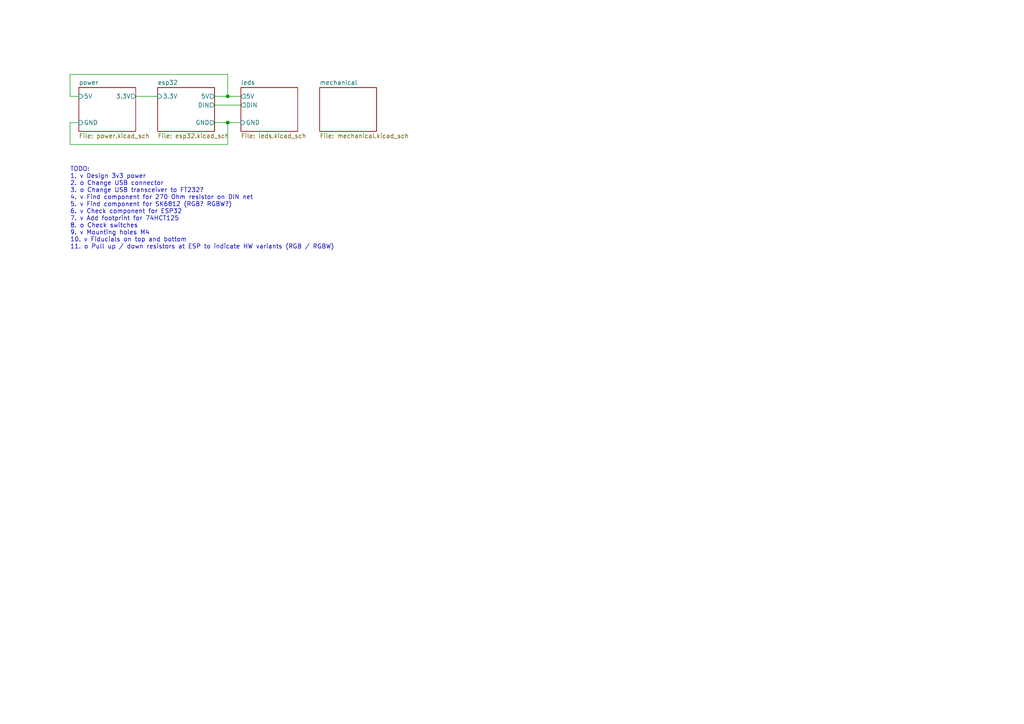
<source format=kicad_sch>
(kicad_sch (version 20211123) (generator eeschema)
  (paper "A4")
  (lib_symbols)
  (junction (at 66.04 27.94))
  (junction (at 66.04 35.56))
  (wire (pts (xy 20.32 35.56) (xy 22.86 35.56)))
  (wire (pts (xy 20.32 41.91) (xy 20.32 35.56)))
  (wire (pts (xy 20.32 21.59) (xy 66.04 21.59)))
  (wire (pts (xy 66.04 35.56) (xy 69.85 35.56)))
  (wire (pts (xy 62.23 27.94) (xy 66.04 27.94)))
  (wire (pts (xy 62.23 35.56) (xy 66.04 35.56)))
  (wire (pts (xy 66.04 35.56) (xy 66.04 41.91)))
  (wire (pts (xy 20.32 27.94) (xy 20.32 21.59)))
  (wire (pts (xy 62.23 30.48) (xy 69.85 30.48)))
  (wire (pts (xy 39.37 27.94) (xy 45.72 27.94)))
  (wire (pts (xy 22.86 27.94) (xy 20.32 27.94)))
  (wire (pts (xy 66.04 41.91) (xy 20.32 41.91)))
  (wire (pts (xy 66.04 27.94) (xy 69.85 27.94)))
  (wire (pts (xy 66.04 21.59) (xy 66.04 27.94)))
  (text "TODO:\n1. v Design 3v3 power\n2. o Change USB connector\n3. o Change USB transceiver to FT232?\n4. v Find component for 270 Ohm resistor on DIN net\n5. v Find component for SK6812 (RGB? RGBW?)\n6. v Check component for ESP32\n7. v Add footprint for 74HCT125\n8. o Check switches\n9. v Mounting holes M4\n10. v Fiducials on top and bottom\n11. o Pull up / down resistors at ESP to indicate HW variants (RGB / RGBW)" (at 20.32 72.39 0) (effects (font (size 1.27 1.27)) (justify left bottom)))
  (sheet (at 22.86 25.4) (size 16.51 12.7)
    (property "Sheet name" "power" (at 22.86 24.6884 0) (effects (justify left bottom)))
    (property "Sheet file" "power.kicad_sch" (at 22.86 38.6846 0) (effects (justify left top)))
    (pin "5V" input (at 22.86 27.94 180))
    (pin "GND" input (at 22.86 35.56 180))
    (pin "3.3V" output (at 39.37 27.94 0))
  )
  (sheet (at 45.72 25.4) (size 16.51 12.7)
    (property "Sheet name" "esp32" (at 45.72 24.6884 0) (effects (justify left bottom)))
    (property "Sheet file" "esp32.kicad_sch" (at 45.72 38.6846 0) (effects (justify left top)))
    (pin "3.3V" input (at 45.72 27.94 180))
    (pin "DIN" output (at 62.23 30.48 0))
    (pin "GND" output (at 62.23 35.56 0))
    (pin "5V" output (at 62.23 27.94 0))
  )
  (sheet (at 69.85 25.4) (size 16.51 12.7)
    (property "Sheet name" "leds" (at 69.85 24.6884 0) (effects (justify left bottom)))
    (property "Sheet file" "leds.kicad_sch" (at 69.85 38.6846 0) (effects (justify left top)))
    (pin "5V" output (at 69.85 27.94 180))
    (pin "DIN" output (at 69.85 30.48 180))
    (pin "GND" input (at 69.85 35.56 180))
  )
  (sheet (at 92.71 25.4) (size 16.51 12.7)
    (property "Sheet name" "mechanical" (at 92.71 24.6884 0) (effects (justify left bottom)))
    (property "Sheet file" "mechanical.kicad_sch" (at 92.71 38.6846 0) (effects (justify left top)))
  )
)
</source>
